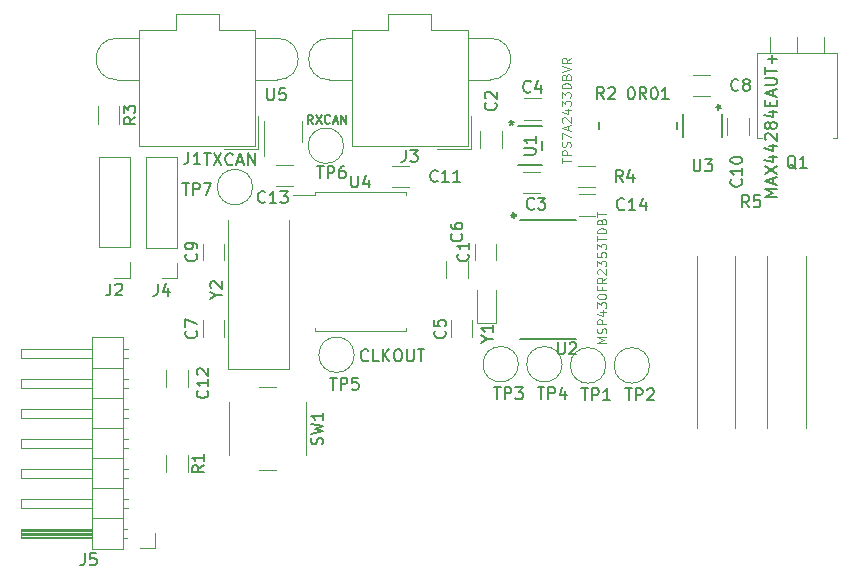
<source format=gbr>
%TF.GenerationSoftware,KiCad,Pcbnew,(5.1.9)-1*%
%TF.CreationDate,2021-05-20T13:27:56+02:00*%
%TF.ProjectId,PEE50-CurrentProtectionTemplate,50454535-302d-4437-9572-72656e745072,rev?*%
%TF.SameCoordinates,Original*%
%TF.FileFunction,Legend,Top*%
%TF.FilePolarity,Positive*%
%FSLAX46Y46*%
G04 Gerber Fmt 4.6, Leading zero omitted, Abs format (unit mm)*
G04 Created by KiCad (PCBNEW (5.1.9)-1) date 2021-05-20 13:27:56*
%MOMM*%
%LPD*%
G01*
G04 APERTURE LIST*
%ADD10C,0.120000*%
%ADD11C,0.320000*%
%ADD12C,0.152400*%
%ADD13C,0.150000*%
%ADD14C,0.100000*%
G04 APERTURE END LIST*
D10*
%TO.C,R5*%
X72190000Y-36910000D02*
X72190000Y-51490000D01*
X75410000Y-36910000D02*
X75410000Y-51490000D01*
X66190000Y-36910000D02*
X66190000Y-51490000D01*
X69410000Y-36910000D02*
X69410000Y-51490000D01*
%TO.C,Q1*%
X72410000Y-19730000D02*
X72410000Y-18400000D01*
X74700000Y-19730000D02*
X74700000Y-18400000D01*
X76990000Y-19730000D02*
X76990000Y-18400000D01*
X71290000Y-26970000D02*
X71290000Y-19730000D01*
X78110000Y-26970000D02*
X78110000Y-19730000D01*
X71699000Y-26970000D02*
X71290000Y-26970000D01*
X78110000Y-26970000D02*
X77701000Y-26970000D01*
X78110000Y-19730000D02*
X71290000Y-19730000D01*
D11*
%TO.C,U2*%
X50841421Y-33500000D02*
G75*
G03*
X50841421Y-33500000I-141421J0D01*
G01*
D12*
X55974900Y-33870800D02*
X51225100Y-33870800D01*
X51225100Y-43929200D02*
X55974900Y-43929200D01*
D10*
%TO.C,R4*%
X56172936Y-31110000D02*
X57627064Y-31110000D01*
X56172936Y-29290000D02*
X57627064Y-29290000D01*
%TO.C,C14*%
X56188748Y-31690000D02*
X57611252Y-31690000D01*
X56188748Y-33510000D02*
X57611252Y-33510000D01*
%TO.C,Y2*%
X26550000Y-33900000D02*
X26550000Y-46500000D01*
X26550000Y-46500000D02*
X31650000Y-46500000D01*
X31650000Y-46500000D02*
X31650000Y-33900000D01*
%TO.C,J3*%
X48700000Y-22020000D02*
G75*
G03*
X48700000Y-18500000I0J1760000D01*
G01*
X35100000Y-18500000D02*
G75*
G03*
X35100000Y-22020000I0J-1760000D01*
G01*
X48700000Y-22020000D02*
X46810000Y-22020000D01*
X48700000Y-18500000D02*
X46810000Y-18500000D01*
X35100000Y-22020000D02*
X36990000Y-22020000D01*
X35100000Y-18500000D02*
X36990000Y-18500000D01*
X41900000Y-27660000D02*
X46810000Y-27660000D01*
X46810000Y-27660000D02*
X46810000Y-17840000D01*
X46810000Y-17840000D02*
X43710000Y-17840000D01*
X43710000Y-17840000D02*
X43710000Y-16440000D01*
X43710000Y-16440000D02*
X41900000Y-16440000D01*
X41900000Y-27660000D02*
X36990000Y-27660000D01*
X36990000Y-27660000D02*
X36990000Y-17840000D01*
X36990000Y-17840000D02*
X40090000Y-17840000D01*
X40090000Y-17840000D02*
X40090000Y-16440000D01*
X40090000Y-16440000D02*
X41900000Y-16440000D01*
X44200000Y-27900000D02*
X47050000Y-27900000D01*
X47050000Y-27900000D02*
X47050000Y-25050000D01*
%TO.C,J5*%
X20370000Y-61670000D02*
X19100000Y-61670000D01*
X20370000Y-60400000D02*
X20370000Y-61670000D01*
X18057071Y-44780000D02*
X17660000Y-44780000D01*
X18057071Y-45540000D02*
X17660000Y-45540000D01*
X9000000Y-44780000D02*
X15000000Y-44780000D01*
X9000000Y-45540000D02*
X9000000Y-44780000D01*
X15000000Y-45540000D02*
X9000000Y-45540000D01*
X17660000Y-46430000D02*
X15000000Y-46430000D01*
X18057071Y-47320000D02*
X17660000Y-47320000D01*
X18057071Y-48080000D02*
X17660000Y-48080000D01*
X9000000Y-47320000D02*
X15000000Y-47320000D01*
X9000000Y-48080000D02*
X9000000Y-47320000D01*
X15000000Y-48080000D02*
X9000000Y-48080000D01*
X17660000Y-48970000D02*
X15000000Y-48970000D01*
X18057071Y-49860000D02*
X17660000Y-49860000D01*
X18057071Y-50620000D02*
X17660000Y-50620000D01*
X9000000Y-49860000D02*
X15000000Y-49860000D01*
X9000000Y-50620000D02*
X9000000Y-49860000D01*
X15000000Y-50620000D02*
X9000000Y-50620000D01*
X17660000Y-51510000D02*
X15000000Y-51510000D01*
X18057071Y-52400000D02*
X17660000Y-52400000D01*
X18057071Y-53160000D02*
X17660000Y-53160000D01*
X9000000Y-52400000D02*
X15000000Y-52400000D01*
X9000000Y-53160000D02*
X9000000Y-52400000D01*
X15000000Y-53160000D02*
X9000000Y-53160000D01*
X17660000Y-54050000D02*
X15000000Y-54050000D01*
X18057071Y-54940000D02*
X17660000Y-54940000D01*
X18057071Y-55700000D02*
X17660000Y-55700000D01*
X9000000Y-54940000D02*
X15000000Y-54940000D01*
X9000000Y-55700000D02*
X9000000Y-54940000D01*
X15000000Y-55700000D02*
X9000000Y-55700000D01*
X17660000Y-56590000D02*
X15000000Y-56590000D01*
X18057071Y-57480000D02*
X17660000Y-57480000D01*
X18057071Y-58240000D02*
X17660000Y-58240000D01*
X9000000Y-57480000D02*
X15000000Y-57480000D01*
X9000000Y-58240000D02*
X9000000Y-57480000D01*
X15000000Y-58240000D02*
X9000000Y-58240000D01*
X17660000Y-59130000D02*
X15000000Y-59130000D01*
X17990000Y-60020000D02*
X17660000Y-60020000D01*
X17990000Y-60780000D02*
X17660000Y-60780000D01*
X15000000Y-60120000D02*
X9000000Y-60120000D01*
X15000000Y-60240000D02*
X9000000Y-60240000D01*
X15000000Y-60360000D02*
X9000000Y-60360000D01*
X15000000Y-60480000D02*
X9000000Y-60480000D01*
X15000000Y-60600000D02*
X9000000Y-60600000D01*
X15000000Y-60720000D02*
X9000000Y-60720000D01*
X9000000Y-60020000D02*
X15000000Y-60020000D01*
X9000000Y-60780000D02*
X9000000Y-60020000D01*
X15000000Y-60780000D02*
X9000000Y-60780000D01*
X15000000Y-61730000D02*
X17660000Y-61730000D01*
X15000000Y-43830000D02*
X15000000Y-61730000D01*
X17660000Y-43830000D02*
X15000000Y-43830000D01*
X17660000Y-61730000D02*
X17660000Y-43830000D01*
%TO.C,J4*%
X22230000Y-38830000D02*
X20900000Y-38830000D01*
X22230000Y-37500000D02*
X22230000Y-38830000D01*
X22230000Y-36230000D02*
X19570000Y-36230000D01*
X19570000Y-36230000D02*
X19570000Y-28550000D01*
X22230000Y-36230000D02*
X22230000Y-28550000D01*
X22230000Y-28550000D02*
X19570000Y-28550000D01*
D12*
%TO.C,R2*%
X57885300Y-25623140D02*
X57885300Y-26176860D01*
X64514700Y-26176860D02*
X64514700Y-25623140D01*
D10*
%TO.C,Y1*%
X47600000Y-39800000D02*
X47600000Y-42650000D01*
X47600000Y-42650000D02*
X49200000Y-42650000D01*
X49200000Y-42650000D02*
X49200000Y-39800000D01*
%TO.C,U5*%
X29590000Y-25500000D02*
X29590000Y-28450000D01*
X32810000Y-27300000D02*
X32810000Y-25500000D01*
%TO.C,U4*%
X33840000Y-31760000D02*
X32025000Y-31760000D01*
X33840000Y-31515000D02*
X33840000Y-31760000D01*
X37700000Y-31515000D02*
X33840000Y-31515000D01*
X41560000Y-31515000D02*
X41560000Y-31760000D01*
X37700000Y-31515000D02*
X41560000Y-31515000D01*
X33840000Y-43285000D02*
X33840000Y-43040000D01*
X37700000Y-43285000D02*
X33840000Y-43285000D01*
X41560000Y-43285000D02*
X41560000Y-43040000D01*
X37700000Y-43285000D02*
X41560000Y-43285000D01*
D12*
%TO.C,U3*%
X65074400Y-24896700D02*
X65074400Y-26903300D01*
X68325600Y-26903300D02*
X68325600Y-24896700D01*
%TO.C,U1*%
X53103300Y-25949000D02*
X51096700Y-25949000D01*
X53103300Y-27988620D02*
X53103300Y-27211380D01*
X51096700Y-29251000D02*
X53103300Y-29251000D01*
D10*
%TO.C,TP7*%
X28600000Y-31100000D02*
G75*
G03*
X28600000Y-31100000I-1500000J0D01*
G01*
%TO.C,TP6*%
X36300000Y-27600000D02*
G75*
G03*
X36300000Y-27600000I-1500000J0D01*
G01*
%TO.C,TP4*%
X54800000Y-46100000D02*
G75*
G03*
X54800000Y-46100000I-1500000J0D01*
G01*
%TO.C,TP3*%
X51100000Y-46100000D02*
G75*
G03*
X51100000Y-46100000I-1500000J0D01*
G01*
%TO.C,TP2*%
X62200000Y-46200000D02*
G75*
G03*
X62200000Y-46200000I-1500000J0D01*
G01*
%TO.C,TP1*%
X58500000Y-46200000D02*
G75*
G03*
X58500000Y-46200000I-1500000J0D01*
G01*
%TO.C,TP5*%
X37200000Y-45300000D02*
G75*
G03*
X37200000Y-45300000I-1500000J0D01*
G01*
%TO.C,SW1*%
X26600000Y-49300000D02*
X26600000Y-53800000D01*
X30600000Y-48050000D02*
X29100000Y-48050000D01*
X33100000Y-53800000D02*
X33100000Y-49300000D01*
X29100000Y-55050000D02*
X30600000Y-55050000D01*
%TO.C,R3*%
X15490000Y-24272936D02*
X15490000Y-25727064D01*
X17310000Y-24272936D02*
X17310000Y-25727064D01*
%TO.C,R1*%
X21290000Y-53772936D02*
X21290000Y-55227064D01*
X23110000Y-53772936D02*
X23110000Y-55227064D01*
%TO.C,J2*%
X18215000Y-38813000D02*
X16885000Y-38813000D01*
X18215000Y-37483000D02*
X18215000Y-38813000D01*
X18215000Y-36213000D02*
X15555000Y-36213000D01*
X15555000Y-36213000D02*
X15555000Y-28533000D01*
X18215000Y-36213000D02*
X18215000Y-28533000D01*
X18215000Y-28533000D02*
X15555000Y-28533000D01*
%TO.C,J1*%
X30700000Y-22020000D02*
G75*
G03*
X30700000Y-18500000I0J1760000D01*
G01*
X17100000Y-18500000D02*
G75*
G03*
X17100000Y-22020000I0J-1760000D01*
G01*
X30700000Y-22020000D02*
X28810000Y-22020000D01*
X30700000Y-18500000D02*
X28810000Y-18500000D01*
X17100000Y-22020000D02*
X18990000Y-22020000D01*
X17100000Y-18500000D02*
X18990000Y-18500000D01*
X23900000Y-27660000D02*
X28810000Y-27660000D01*
X28810000Y-27660000D02*
X28810000Y-17840000D01*
X28810000Y-17840000D02*
X25710000Y-17840000D01*
X25710000Y-17840000D02*
X25710000Y-16440000D01*
X25710000Y-16440000D02*
X23900000Y-16440000D01*
X23900000Y-27660000D02*
X18990000Y-27660000D01*
X18990000Y-27660000D02*
X18990000Y-17840000D01*
X18990000Y-17840000D02*
X22090000Y-17840000D01*
X22090000Y-17840000D02*
X22090000Y-16440000D01*
X22090000Y-16440000D02*
X23900000Y-16440000D01*
X26200000Y-27900000D02*
X29050000Y-27900000D01*
X29050000Y-27900000D02*
X29050000Y-25050000D01*
%TO.C,C13*%
X32011252Y-29190000D02*
X30588748Y-29190000D01*
X32011252Y-31010000D02*
X30588748Y-31010000D01*
%TO.C,C12*%
X21290000Y-46588748D02*
X21290000Y-48011252D01*
X23110000Y-46588748D02*
X23110000Y-48011252D01*
%TO.C,C11*%
X40388748Y-31110000D02*
X41811252Y-31110000D01*
X40388748Y-29290000D02*
X41811252Y-29290000D01*
%TO.C,C9*%
X26210000Y-37311252D02*
X26210000Y-35888748D01*
X24390000Y-37311252D02*
X24390000Y-35888748D01*
%TO.C,C10*%
X70610000Y-26711252D02*
X70610000Y-25288748D01*
X68790000Y-26711252D02*
X68790000Y-25288748D01*
%TO.C,C7*%
X26210000Y-43811252D02*
X26210000Y-42388748D01*
X24390000Y-43811252D02*
X24390000Y-42388748D01*
%TO.C,C8*%
X67311252Y-21590000D02*
X65888748Y-21590000D01*
X67311252Y-23410000D02*
X65888748Y-23410000D01*
%TO.C,C6*%
X46810000Y-38811252D02*
X46810000Y-37388748D01*
X44990000Y-38811252D02*
X44990000Y-37388748D01*
%TO.C,C5*%
X45390000Y-42388748D02*
X45390000Y-43811252D01*
X47210000Y-42388748D02*
X47210000Y-43811252D01*
%TO.C,C4*%
X51588748Y-25410000D02*
X53011252Y-25410000D01*
X51588748Y-23590000D02*
X53011252Y-23590000D01*
%TO.C,C3*%
X52911252Y-29790000D02*
X51488748Y-29790000D01*
X52911252Y-31610000D02*
X51488748Y-31610000D01*
%TO.C,C1*%
X49210000Y-37311252D02*
X49210000Y-35888748D01*
X47390000Y-37311252D02*
X47390000Y-35888748D01*
%TO.C,C2*%
X49710000Y-27811252D02*
X49710000Y-26388748D01*
X47890000Y-27811252D02*
X47890000Y-26388748D01*
%TO.C,R5*%
D13*
X70633333Y-32802380D02*
X70300000Y-32326190D01*
X70061904Y-32802380D02*
X70061904Y-31802380D01*
X70442857Y-31802380D01*
X70538095Y-31850000D01*
X70585714Y-31897619D01*
X70633333Y-31992857D01*
X70633333Y-32135714D01*
X70585714Y-32230952D01*
X70538095Y-32278571D01*
X70442857Y-32326190D01*
X70061904Y-32326190D01*
X71538095Y-31802380D02*
X71061904Y-31802380D01*
X71014285Y-32278571D01*
X71061904Y-32230952D01*
X71157142Y-32183333D01*
X71395238Y-32183333D01*
X71490476Y-32230952D01*
X71538095Y-32278571D01*
X71585714Y-32373809D01*
X71585714Y-32611904D01*
X71538095Y-32707142D01*
X71490476Y-32754761D01*
X71395238Y-32802380D01*
X71157142Y-32802380D01*
X71061904Y-32754761D01*
X71014285Y-32707142D01*
%TO.C,Q1*%
X74604761Y-29550952D02*
X74509523Y-29503333D01*
X74414285Y-29408094D01*
X74271428Y-29265237D01*
X74176190Y-29217618D01*
X74080952Y-29217618D01*
X74128571Y-29455713D02*
X74033333Y-29408094D01*
X73938095Y-29312856D01*
X73890476Y-29122380D01*
X73890476Y-28789047D01*
X73938095Y-28598571D01*
X74033333Y-28503333D01*
X74128571Y-28455713D01*
X74319047Y-28455713D01*
X74414285Y-28503333D01*
X74509523Y-28598571D01*
X74557142Y-28789047D01*
X74557142Y-29122380D01*
X74509523Y-29312856D01*
X74414285Y-29408094D01*
X74319047Y-29455713D01*
X74128571Y-29455713D01*
X75509523Y-29455713D02*
X74938095Y-29455713D01*
X75223809Y-29455713D02*
X75223809Y-28455713D01*
X75128571Y-28598571D01*
X75033333Y-28693809D01*
X74938095Y-28741428D01*
%TO.C,U2*%
X54438095Y-44252380D02*
X54438095Y-45061904D01*
X54485714Y-45157142D01*
X54533333Y-45204761D01*
X54628571Y-45252380D01*
X54819047Y-45252380D01*
X54914285Y-45204761D01*
X54961904Y-45157142D01*
X55009523Y-45061904D01*
X55009523Y-44252380D01*
X55438095Y-44347619D02*
X55485714Y-44300000D01*
X55580952Y-44252380D01*
X55819047Y-44252380D01*
X55914285Y-44300000D01*
X55961904Y-44347619D01*
X56009523Y-44442857D01*
X56009523Y-44538095D01*
X55961904Y-44680952D01*
X55390476Y-45252380D01*
X56009523Y-45252380D01*
D14*
X58539285Y-44300000D02*
X57789285Y-44300000D01*
X58325000Y-44050000D01*
X57789285Y-43800000D01*
X58539285Y-43800000D01*
X58503571Y-43478571D02*
X58539285Y-43371428D01*
X58539285Y-43192857D01*
X58503571Y-43121428D01*
X58467857Y-43085714D01*
X58396428Y-43050000D01*
X58325000Y-43050000D01*
X58253571Y-43085714D01*
X58217857Y-43121428D01*
X58182142Y-43192857D01*
X58146428Y-43335714D01*
X58110714Y-43407142D01*
X58075000Y-43442857D01*
X58003571Y-43478571D01*
X57932142Y-43478571D01*
X57860714Y-43442857D01*
X57825000Y-43407142D01*
X57789285Y-43335714D01*
X57789285Y-43157142D01*
X57825000Y-43050000D01*
X58539285Y-42728571D02*
X57789285Y-42728571D01*
X57789285Y-42442857D01*
X57825000Y-42371428D01*
X57860714Y-42335714D01*
X57932142Y-42300000D01*
X58039285Y-42300000D01*
X58110714Y-42335714D01*
X58146428Y-42371428D01*
X58182142Y-42442857D01*
X58182142Y-42728571D01*
X58039285Y-41657142D02*
X58539285Y-41657142D01*
X57753571Y-41835714D02*
X58289285Y-42014285D01*
X58289285Y-41550000D01*
X57789285Y-41335714D02*
X57789285Y-40871428D01*
X58075000Y-41121428D01*
X58075000Y-41014285D01*
X58110714Y-40942857D01*
X58146428Y-40907142D01*
X58217857Y-40871428D01*
X58396428Y-40871428D01*
X58467857Y-40907142D01*
X58503571Y-40942857D01*
X58539285Y-41014285D01*
X58539285Y-41228571D01*
X58503571Y-41300000D01*
X58467857Y-41335714D01*
X57789285Y-40407142D02*
X57789285Y-40335714D01*
X57825000Y-40264285D01*
X57860714Y-40228571D01*
X57932142Y-40192857D01*
X58075000Y-40157142D01*
X58253571Y-40157142D01*
X58396428Y-40192857D01*
X58467857Y-40228571D01*
X58503571Y-40264285D01*
X58539285Y-40335714D01*
X58539285Y-40407142D01*
X58503571Y-40478571D01*
X58467857Y-40514285D01*
X58396428Y-40550000D01*
X58253571Y-40585714D01*
X58075000Y-40585714D01*
X57932142Y-40550000D01*
X57860714Y-40514285D01*
X57825000Y-40478571D01*
X57789285Y-40407142D01*
X58146428Y-39585714D02*
X58146428Y-39835714D01*
X58539285Y-39835714D02*
X57789285Y-39835714D01*
X57789285Y-39478571D01*
X58539285Y-38764285D02*
X58182142Y-39014285D01*
X58539285Y-39192857D02*
X57789285Y-39192857D01*
X57789285Y-38907142D01*
X57825000Y-38835714D01*
X57860714Y-38800000D01*
X57932142Y-38764285D01*
X58039285Y-38764285D01*
X58110714Y-38800000D01*
X58146428Y-38835714D01*
X58182142Y-38907142D01*
X58182142Y-39192857D01*
X57860714Y-38478571D02*
X57825000Y-38442857D01*
X57789285Y-38371428D01*
X57789285Y-38192857D01*
X57825000Y-38121428D01*
X57860714Y-38085714D01*
X57932142Y-38050000D01*
X58003571Y-38050000D01*
X58110714Y-38085714D01*
X58539285Y-38514285D01*
X58539285Y-38050000D01*
X57789285Y-37800000D02*
X57789285Y-37335714D01*
X58075000Y-37585714D01*
X58075000Y-37478571D01*
X58110714Y-37407142D01*
X58146428Y-37371428D01*
X58217857Y-37335714D01*
X58396428Y-37335714D01*
X58467857Y-37371428D01*
X58503571Y-37407142D01*
X58539285Y-37478571D01*
X58539285Y-37692857D01*
X58503571Y-37764285D01*
X58467857Y-37800000D01*
X57789285Y-36657142D02*
X57789285Y-37014285D01*
X58146428Y-37050000D01*
X58110714Y-37014285D01*
X58075000Y-36942857D01*
X58075000Y-36764285D01*
X58110714Y-36692857D01*
X58146428Y-36657142D01*
X58217857Y-36621428D01*
X58396428Y-36621428D01*
X58467857Y-36657142D01*
X58503571Y-36692857D01*
X58539285Y-36764285D01*
X58539285Y-36942857D01*
X58503571Y-37014285D01*
X58467857Y-37050000D01*
X57789285Y-36371428D02*
X57789285Y-35907142D01*
X58075000Y-36157142D01*
X58075000Y-36050000D01*
X58110714Y-35978571D01*
X58146428Y-35942857D01*
X58217857Y-35907142D01*
X58396428Y-35907142D01*
X58467857Y-35942857D01*
X58503571Y-35978571D01*
X58539285Y-36050000D01*
X58539285Y-36264285D01*
X58503571Y-36335714D01*
X58467857Y-36371428D01*
X57789285Y-35692857D02*
X57789285Y-35264285D01*
X58539285Y-35478571D02*
X57789285Y-35478571D01*
X58539285Y-35014285D02*
X57789285Y-35014285D01*
X57789285Y-34835714D01*
X57825000Y-34728571D01*
X57896428Y-34657142D01*
X57967857Y-34621428D01*
X58110714Y-34585714D01*
X58217857Y-34585714D01*
X58360714Y-34621428D01*
X58432142Y-34657142D01*
X58503571Y-34728571D01*
X58539285Y-34835714D01*
X58539285Y-35014285D01*
X58146428Y-34014285D02*
X58182142Y-33907142D01*
X58217857Y-33871428D01*
X58289285Y-33835714D01*
X58396428Y-33835714D01*
X58467857Y-33871428D01*
X58503571Y-33907142D01*
X58539285Y-33978571D01*
X58539285Y-34264285D01*
X57789285Y-34264285D01*
X57789285Y-34014285D01*
X57825000Y-33942857D01*
X57860714Y-33907142D01*
X57932142Y-33871428D01*
X58003571Y-33871428D01*
X58075000Y-33907142D01*
X58110714Y-33942857D01*
X58146428Y-34014285D01*
X58146428Y-34264285D01*
X57789285Y-33621428D02*
X57789285Y-33192857D01*
X58539285Y-33407142D02*
X57789285Y-33407142D01*
%TO.C,R4*%
D13*
X59933333Y-30652380D02*
X59600000Y-30176190D01*
X59361904Y-30652380D02*
X59361904Y-29652380D01*
X59742857Y-29652380D01*
X59838095Y-29700000D01*
X59885714Y-29747619D01*
X59933333Y-29842857D01*
X59933333Y-29985714D01*
X59885714Y-30080952D01*
X59838095Y-30128571D01*
X59742857Y-30176190D01*
X59361904Y-30176190D01*
X60790476Y-29985714D02*
X60790476Y-30652380D01*
X60552380Y-29604761D02*
X60314285Y-30319047D01*
X60933333Y-30319047D01*
%TO.C,C14*%
X60057142Y-32957142D02*
X60009523Y-33004761D01*
X59866666Y-33052380D01*
X59771428Y-33052380D01*
X59628571Y-33004761D01*
X59533333Y-32909523D01*
X59485714Y-32814285D01*
X59438095Y-32623809D01*
X59438095Y-32480952D01*
X59485714Y-32290476D01*
X59533333Y-32195238D01*
X59628571Y-32100000D01*
X59771428Y-32052380D01*
X59866666Y-32052380D01*
X60009523Y-32100000D01*
X60057142Y-32147619D01*
X61009523Y-33052380D02*
X60438095Y-33052380D01*
X60723809Y-33052380D02*
X60723809Y-32052380D01*
X60628571Y-32195238D01*
X60533333Y-32290476D01*
X60438095Y-32338095D01*
X61866666Y-32385714D02*
X61866666Y-33052380D01*
X61628571Y-32004761D02*
X61390476Y-32719047D01*
X62009523Y-32719047D01*
%TO.C,Y2*%
X25526190Y-40276190D02*
X26002380Y-40276190D01*
X25002380Y-40609523D02*
X25526190Y-40276190D01*
X25002380Y-39942857D01*
X25097619Y-39657142D02*
X25050000Y-39609523D01*
X25002380Y-39514285D01*
X25002380Y-39276190D01*
X25050000Y-39180952D01*
X25097619Y-39133333D01*
X25192857Y-39085714D01*
X25288095Y-39085714D01*
X25430952Y-39133333D01*
X26002380Y-39704761D01*
X26002380Y-39085714D01*
%TO.C,J3*%
X41566666Y-27952380D02*
X41566666Y-28666666D01*
X41519047Y-28809523D01*
X41423809Y-28904761D01*
X41280952Y-28952380D01*
X41185714Y-28952380D01*
X41947619Y-27952380D02*
X42566666Y-27952380D01*
X42233333Y-28333333D01*
X42376190Y-28333333D01*
X42471428Y-28380952D01*
X42519047Y-28428571D01*
X42566666Y-28523809D01*
X42566666Y-28761904D01*
X42519047Y-28857142D01*
X42471428Y-28904761D01*
X42376190Y-28952380D01*
X42090476Y-28952380D01*
X41995238Y-28904761D01*
X41947619Y-28857142D01*
%TO.C,J5*%
X14381666Y-62122380D02*
X14381666Y-62836666D01*
X14334047Y-62979523D01*
X14238809Y-63074761D01*
X14095952Y-63122380D01*
X14000714Y-63122380D01*
X15334047Y-62122380D02*
X14857857Y-62122380D01*
X14810238Y-62598571D01*
X14857857Y-62550952D01*
X14953095Y-62503333D01*
X15191190Y-62503333D01*
X15286428Y-62550952D01*
X15334047Y-62598571D01*
X15381666Y-62693809D01*
X15381666Y-62931904D01*
X15334047Y-63027142D01*
X15286428Y-63074761D01*
X15191190Y-63122380D01*
X14953095Y-63122380D01*
X14857857Y-63074761D01*
X14810238Y-63027142D01*
%TO.C,J4*%
X20566666Y-39282380D02*
X20566666Y-39996666D01*
X20519047Y-40139523D01*
X20423809Y-40234761D01*
X20280952Y-40282380D01*
X20185714Y-40282380D01*
X21471428Y-39615714D02*
X21471428Y-40282380D01*
X21233333Y-39234761D02*
X20995238Y-39949047D01*
X21614285Y-39949047D01*
%TO.C,R2*%
X58333333Y-23652380D02*
X58000000Y-23176190D01*
X57761904Y-23652380D02*
X57761904Y-22652380D01*
X58142857Y-22652380D01*
X58238095Y-22700000D01*
X58285714Y-22747619D01*
X58333333Y-22842857D01*
X58333333Y-22985714D01*
X58285714Y-23080952D01*
X58238095Y-23128571D01*
X58142857Y-23176190D01*
X57761904Y-23176190D01*
X58714285Y-22747619D02*
X58761904Y-22700000D01*
X58857142Y-22652380D01*
X59095238Y-22652380D01*
X59190476Y-22700000D01*
X59238095Y-22747619D01*
X59285714Y-22842857D01*
X59285714Y-22938095D01*
X59238095Y-23080952D01*
X58666666Y-23652380D01*
X59285714Y-23652380D01*
X60600000Y-22652380D02*
X60695238Y-22652380D01*
X60790476Y-22700000D01*
X60838095Y-22747619D01*
X60885714Y-22842857D01*
X60933333Y-23033333D01*
X60933333Y-23271428D01*
X60885714Y-23461904D01*
X60838095Y-23557142D01*
X60790476Y-23604761D01*
X60695238Y-23652380D01*
X60600000Y-23652380D01*
X60504761Y-23604761D01*
X60457142Y-23557142D01*
X60409523Y-23461904D01*
X60361904Y-23271428D01*
X60361904Y-23033333D01*
X60409523Y-22842857D01*
X60457142Y-22747619D01*
X60504761Y-22700000D01*
X60600000Y-22652380D01*
X61933333Y-23652380D02*
X61600000Y-23176190D01*
X61361904Y-23652380D02*
X61361904Y-22652380D01*
X61742857Y-22652380D01*
X61838095Y-22700000D01*
X61885714Y-22747619D01*
X61933333Y-22842857D01*
X61933333Y-22985714D01*
X61885714Y-23080952D01*
X61838095Y-23128571D01*
X61742857Y-23176190D01*
X61361904Y-23176190D01*
X62552380Y-22652380D02*
X62647619Y-22652380D01*
X62742857Y-22700000D01*
X62790476Y-22747619D01*
X62838095Y-22842857D01*
X62885714Y-23033333D01*
X62885714Y-23271428D01*
X62838095Y-23461904D01*
X62790476Y-23557142D01*
X62742857Y-23604761D01*
X62647619Y-23652380D01*
X62552380Y-23652380D01*
X62457142Y-23604761D01*
X62409523Y-23557142D01*
X62361904Y-23461904D01*
X62314285Y-23271428D01*
X62314285Y-23033333D01*
X62361904Y-22842857D01*
X62409523Y-22747619D01*
X62457142Y-22700000D01*
X62552380Y-22652380D01*
X63838095Y-23652380D02*
X63266666Y-23652380D01*
X63552380Y-23652380D02*
X63552380Y-22652380D01*
X63457142Y-22795238D01*
X63361904Y-22890476D01*
X63266666Y-22938095D01*
%TO.C,Y1*%
X48476190Y-43976190D02*
X48952380Y-43976190D01*
X47952380Y-44309523D02*
X48476190Y-43976190D01*
X47952380Y-43642857D01*
X48952380Y-42785714D02*
X48952380Y-43357142D01*
X48952380Y-43071428D02*
X47952380Y-43071428D01*
X48095238Y-43166666D01*
X48190476Y-43261904D01*
X48238095Y-43357142D01*
%TO.C,U5*%
X29838095Y-22752380D02*
X29838095Y-23561904D01*
X29885714Y-23657142D01*
X29933333Y-23704761D01*
X30028571Y-23752380D01*
X30219047Y-23752380D01*
X30314285Y-23704761D01*
X30361904Y-23657142D01*
X30409523Y-23561904D01*
X30409523Y-22752380D01*
X31361904Y-22752380D02*
X30885714Y-22752380D01*
X30838095Y-23228571D01*
X30885714Y-23180952D01*
X30980952Y-23133333D01*
X31219047Y-23133333D01*
X31314285Y-23180952D01*
X31361904Y-23228571D01*
X31409523Y-23323809D01*
X31409523Y-23561904D01*
X31361904Y-23657142D01*
X31314285Y-23704761D01*
X31219047Y-23752380D01*
X30980952Y-23752380D01*
X30885714Y-23704761D01*
X30838095Y-23657142D01*
%TO.C,U4*%
X36938095Y-30132380D02*
X36938095Y-30941904D01*
X36985714Y-31037142D01*
X37033333Y-31084761D01*
X37128571Y-31132380D01*
X37319047Y-31132380D01*
X37414285Y-31084761D01*
X37461904Y-31037142D01*
X37509523Y-30941904D01*
X37509523Y-30132380D01*
X38414285Y-30465714D02*
X38414285Y-31132380D01*
X38176190Y-30084761D02*
X37938095Y-30799047D01*
X38557142Y-30799047D01*
%TO.C,U3*%
X65938095Y-28752380D02*
X65938095Y-29561904D01*
X65985714Y-29657142D01*
X66033333Y-29704761D01*
X66128571Y-29752380D01*
X66319047Y-29752380D01*
X66414285Y-29704761D01*
X66461904Y-29657142D01*
X66509523Y-29561904D01*
X66509523Y-28752380D01*
X66890476Y-28752380D02*
X67509523Y-28752380D01*
X67176190Y-29133333D01*
X67319047Y-29133333D01*
X67414285Y-29180952D01*
X67461904Y-29228571D01*
X67509523Y-29323809D01*
X67509523Y-29561904D01*
X67461904Y-29657142D01*
X67414285Y-29704761D01*
X67319047Y-29752380D01*
X67033333Y-29752380D01*
X66938095Y-29704761D01*
X66890476Y-29657142D01*
X72952380Y-31923809D02*
X71952380Y-31923809D01*
X72666666Y-31590476D01*
X71952380Y-31257142D01*
X72952380Y-31257142D01*
X72666666Y-30828571D02*
X72666666Y-30352380D01*
X72952380Y-30923809D02*
X71952380Y-30590476D01*
X72952380Y-30257142D01*
X71952380Y-30019047D02*
X72952380Y-29352380D01*
X71952380Y-29352380D02*
X72952380Y-30019047D01*
X72285714Y-28542857D02*
X72952380Y-28542857D01*
X71904761Y-28780952D02*
X72619047Y-29019047D01*
X72619047Y-28400000D01*
X72285714Y-27590476D02*
X72952380Y-27590476D01*
X71904761Y-27828571D02*
X72619047Y-28066666D01*
X72619047Y-27447619D01*
X72047619Y-27114285D02*
X72000000Y-27066666D01*
X71952380Y-26971428D01*
X71952380Y-26733333D01*
X72000000Y-26638095D01*
X72047619Y-26590476D01*
X72142857Y-26542857D01*
X72238095Y-26542857D01*
X72380952Y-26590476D01*
X72952380Y-27161904D01*
X72952380Y-26542857D01*
X72380952Y-25971428D02*
X72333333Y-26066666D01*
X72285714Y-26114285D01*
X72190476Y-26161904D01*
X72142857Y-26161904D01*
X72047619Y-26114285D01*
X72000000Y-26066666D01*
X71952380Y-25971428D01*
X71952380Y-25780952D01*
X72000000Y-25685714D01*
X72047619Y-25638095D01*
X72142857Y-25590476D01*
X72190476Y-25590476D01*
X72285714Y-25638095D01*
X72333333Y-25685714D01*
X72380952Y-25780952D01*
X72380952Y-25971428D01*
X72428571Y-26066666D01*
X72476190Y-26114285D01*
X72571428Y-26161904D01*
X72761904Y-26161904D01*
X72857142Y-26114285D01*
X72904761Y-26066666D01*
X72952380Y-25971428D01*
X72952380Y-25780952D01*
X72904761Y-25685714D01*
X72857142Y-25638095D01*
X72761904Y-25590476D01*
X72571428Y-25590476D01*
X72476190Y-25638095D01*
X72428571Y-25685714D01*
X72380952Y-25780952D01*
X72285714Y-24733333D02*
X72952380Y-24733333D01*
X71904761Y-24971428D02*
X72619047Y-25209523D01*
X72619047Y-24590476D01*
X72428571Y-24209523D02*
X72428571Y-23876190D01*
X72952380Y-23733333D02*
X72952380Y-24209523D01*
X71952380Y-24209523D01*
X71952380Y-23733333D01*
X72666666Y-23352380D02*
X72666666Y-22876190D01*
X72952380Y-23447619D02*
X71952380Y-23114285D01*
X72952380Y-22780952D01*
X71952380Y-22447619D02*
X72761904Y-22447619D01*
X72857142Y-22400000D01*
X72904761Y-22352380D01*
X72952380Y-22257142D01*
X72952380Y-22066666D01*
X72904761Y-21971428D01*
X72857142Y-21923809D01*
X72761904Y-21876190D01*
X71952380Y-21876190D01*
X71952380Y-21542857D02*
X71952380Y-20971428D01*
X72952380Y-21257142D02*
X71952380Y-21257142D01*
X72571428Y-20638095D02*
X72571428Y-19876190D01*
X72952380Y-20257142D02*
X72190476Y-20257142D01*
X67852380Y-24300000D02*
X68090476Y-24300000D01*
X67995238Y-24538095D02*
X68090476Y-24300000D01*
X67995238Y-24061904D01*
X68280952Y-24442857D02*
X68090476Y-24300000D01*
X68280952Y-24157142D01*
%TO.C,U1*%
X51552380Y-28361904D02*
X52361904Y-28361904D01*
X52457142Y-28314285D01*
X52504761Y-28266666D01*
X52552380Y-28171428D01*
X52552380Y-27980952D01*
X52504761Y-27885714D01*
X52457142Y-27838095D01*
X52361904Y-27790476D01*
X51552380Y-27790476D01*
X52552380Y-26790476D02*
X52552380Y-27361904D01*
X52552380Y-27076190D02*
X51552380Y-27076190D01*
X51695238Y-27171428D01*
X51790476Y-27266666D01*
X51838095Y-27361904D01*
D14*
X54789285Y-29100000D02*
X54789285Y-28671428D01*
X55539285Y-28885714D02*
X54789285Y-28885714D01*
X55539285Y-28421428D02*
X54789285Y-28421428D01*
X54789285Y-28135714D01*
X54825000Y-28064285D01*
X54860714Y-28028571D01*
X54932142Y-27992857D01*
X55039285Y-27992857D01*
X55110714Y-28028571D01*
X55146428Y-28064285D01*
X55182142Y-28135714D01*
X55182142Y-28421428D01*
X55503571Y-27707142D02*
X55539285Y-27600000D01*
X55539285Y-27421428D01*
X55503571Y-27350000D01*
X55467857Y-27314285D01*
X55396428Y-27278571D01*
X55325000Y-27278571D01*
X55253571Y-27314285D01*
X55217857Y-27350000D01*
X55182142Y-27421428D01*
X55146428Y-27564285D01*
X55110714Y-27635714D01*
X55075000Y-27671428D01*
X55003571Y-27707142D01*
X54932142Y-27707142D01*
X54860714Y-27671428D01*
X54825000Y-27635714D01*
X54789285Y-27564285D01*
X54789285Y-27385714D01*
X54825000Y-27278571D01*
X54789285Y-27028571D02*
X54789285Y-26528571D01*
X55539285Y-26850000D01*
X55325000Y-26278571D02*
X55325000Y-25921428D01*
X55539285Y-26350000D02*
X54789285Y-26100000D01*
X55539285Y-25850000D01*
X54860714Y-25635714D02*
X54825000Y-25600000D01*
X54789285Y-25528571D01*
X54789285Y-25350000D01*
X54825000Y-25278571D01*
X54860714Y-25242857D01*
X54932142Y-25207142D01*
X55003571Y-25207142D01*
X55110714Y-25242857D01*
X55539285Y-25671428D01*
X55539285Y-25207142D01*
X55039285Y-24564285D02*
X55539285Y-24564285D01*
X54753571Y-24742857D02*
X55289285Y-24921428D01*
X55289285Y-24457142D01*
X54789285Y-24242857D02*
X54789285Y-23778571D01*
X55075000Y-24028571D01*
X55075000Y-23921428D01*
X55110714Y-23850000D01*
X55146428Y-23814285D01*
X55217857Y-23778571D01*
X55396428Y-23778571D01*
X55467857Y-23814285D01*
X55503571Y-23850000D01*
X55539285Y-23921428D01*
X55539285Y-24135714D01*
X55503571Y-24207142D01*
X55467857Y-24242857D01*
X54789285Y-23528571D02*
X54789285Y-23064285D01*
X55075000Y-23314285D01*
X55075000Y-23207142D01*
X55110714Y-23135714D01*
X55146428Y-23100000D01*
X55217857Y-23064285D01*
X55396428Y-23064285D01*
X55467857Y-23100000D01*
X55503571Y-23135714D01*
X55539285Y-23207142D01*
X55539285Y-23421428D01*
X55503571Y-23492857D01*
X55467857Y-23528571D01*
X55539285Y-22742857D02*
X54789285Y-22742857D01*
X54789285Y-22564285D01*
X54825000Y-22457142D01*
X54896428Y-22385714D01*
X54967857Y-22350000D01*
X55110714Y-22314285D01*
X55217857Y-22314285D01*
X55360714Y-22350000D01*
X55432142Y-22385714D01*
X55503571Y-22457142D01*
X55539285Y-22564285D01*
X55539285Y-22742857D01*
X55146428Y-21742857D02*
X55182142Y-21635714D01*
X55217857Y-21600000D01*
X55289285Y-21564285D01*
X55396428Y-21564285D01*
X55467857Y-21600000D01*
X55503571Y-21635714D01*
X55539285Y-21707142D01*
X55539285Y-21992857D01*
X54789285Y-21992857D01*
X54789285Y-21742857D01*
X54825000Y-21671428D01*
X54860714Y-21635714D01*
X54932142Y-21600000D01*
X55003571Y-21600000D01*
X55075000Y-21635714D01*
X55110714Y-21671428D01*
X55146428Y-21742857D01*
X55146428Y-21992857D01*
X54789285Y-21350000D02*
X55539285Y-21100000D01*
X54789285Y-20850000D01*
X55539285Y-20171428D02*
X55182142Y-20421428D01*
X55539285Y-20600000D02*
X54789285Y-20600000D01*
X54789285Y-20314285D01*
X54825000Y-20242857D01*
X54860714Y-20207142D01*
X54932142Y-20171428D01*
X55039285Y-20171428D01*
X55110714Y-20207142D01*
X55146428Y-20242857D01*
X55182142Y-20314285D01*
X55182142Y-20600000D01*
D13*
X50500000Y-25452380D02*
X50500000Y-25690476D01*
X50261904Y-25595238D02*
X50500000Y-25690476D01*
X50738095Y-25595238D01*
X50357142Y-25880952D02*
X50500000Y-25690476D01*
X50642857Y-25880952D01*
%TO.C,TP7*%
X22638095Y-30752380D02*
X23209523Y-30752380D01*
X22923809Y-31752380D02*
X22923809Y-30752380D01*
X23542857Y-31752380D02*
X23542857Y-30752380D01*
X23923809Y-30752380D01*
X24019047Y-30800000D01*
X24066666Y-30847619D01*
X24114285Y-30942857D01*
X24114285Y-31085714D01*
X24066666Y-31180952D01*
X24019047Y-31228571D01*
X23923809Y-31276190D01*
X23542857Y-31276190D01*
X24447619Y-30752380D02*
X25114285Y-30752380D01*
X24685714Y-31752380D01*
X24485714Y-28252380D02*
X25057142Y-28252380D01*
X24771428Y-29252380D02*
X24771428Y-28252380D01*
X25295238Y-28252380D02*
X25961904Y-29252380D01*
X25961904Y-28252380D02*
X25295238Y-29252380D01*
X26914285Y-29157142D02*
X26866666Y-29204761D01*
X26723809Y-29252380D01*
X26628571Y-29252380D01*
X26485714Y-29204761D01*
X26390476Y-29109523D01*
X26342857Y-29014285D01*
X26295238Y-28823809D01*
X26295238Y-28680952D01*
X26342857Y-28490476D01*
X26390476Y-28395238D01*
X26485714Y-28300000D01*
X26628571Y-28252380D01*
X26723809Y-28252380D01*
X26866666Y-28300000D01*
X26914285Y-28347619D01*
X27295238Y-28966666D02*
X27771428Y-28966666D01*
X27200000Y-29252380D02*
X27533333Y-28252380D01*
X27866666Y-29252380D01*
X28200000Y-29252380D02*
X28200000Y-28252380D01*
X28771428Y-29252380D01*
X28771428Y-28252380D01*
%TO.C,TP6*%
X34038095Y-29352380D02*
X34609523Y-29352380D01*
X34323809Y-30352380D02*
X34323809Y-29352380D01*
X34942857Y-30352380D02*
X34942857Y-29352380D01*
X35323809Y-29352380D01*
X35419047Y-29400000D01*
X35466666Y-29447619D01*
X35514285Y-29542857D01*
X35514285Y-29685714D01*
X35466666Y-29780952D01*
X35419047Y-29828571D01*
X35323809Y-29876190D01*
X34942857Y-29876190D01*
X36371428Y-29352380D02*
X36180952Y-29352380D01*
X36085714Y-29400000D01*
X36038095Y-29447619D01*
X35942857Y-29590476D01*
X35895238Y-29780952D01*
X35895238Y-30161904D01*
X35942857Y-30257142D01*
X35990476Y-30304761D01*
X36085714Y-30352380D01*
X36276190Y-30352380D01*
X36371428Y-30304761D01*
X36419047Y-30257142D01*
X36466666Y-30161904D01*
X36466666Y-29923809D01*
X36419047Y-29828571D01*
X36371428Y-29780952D01*
X36276190Y-29733333D01*
X36085714Y-29733333D01*
X35990476Y-29780952D01*
X35942857Y-29828571D01*
X35895238Y-29923809D01*
X33685714Y-25739285D02*
X33435714Y-25382142D01*
X33257142Y-25739285D02*
X33257142Y-24989285D01*
X33542857Y-24989285D01*
X33614285Y-25025000D01*
X33650000Y-25060714D01*
X33685714Y-25132142D01*
X33685714Y-25239285D01*
X33650000Y-25310714D01*
X33614285Y-25346428D01*
X33542857Y-25382142D01*
X33257142Y-25382142D01*
X33935714Y-24989285D02*
X34435714Y-25739285D01*
X34435714Y-24989285D02*
X33935714Y-25739285D01*
X35150000Y-25667857D02*
X35114285Y-25703571D01*
X35007142Y-25739285D01*
X34935714Y-25739285D01*
X34828571Y-25703571D01*
X34757142Y-25632142D01*
X34721428Y-25560714D01*
X34685714Y-25417857D01*
X34685714Y-25310714D01*
X34721428Y-25167857D01*
X34757142Y-25096428D01*
X34828571Y-25025000D01*
X34935714Y-24989285D01*
X35007142Y-24989285D01*
X35114285Y-25025000D01*
X35150000Y-25060714D01*
X35435714Y-25525000D02*
X35792857Y-25525000D01*
X35364285Y-25739285D02*
X35614285Y-24989285D01*
X35864285Y-25739285D01*
X36114285Y-25739285D02*
X36114285Y-24989285D01*
X36542857Y-25739285D01*
X36542857Y-24989285D01*
%TO.C,TP4*%
X52738095Y-48052380D02*
X53309523Y-48052380D01*
X53023809Y-49052380D02*
X53023809Y-48052380D01*
X53642857Y-49052380D02*
X53642857Y-48052380D01*
X54023809Y-48052380D01*
X54119047Y-48100000D01*
X54166666Y-48147619D01*
X54214285Y-48242857D01*
X54214285Y-48385714D01*
X54166666Y-48480952D01*
X54119047Y-48528571D01*
X54023809Y-48576190D01*
X53642857Y-48576190D01*
X55071428Y-48385714D02*
X55071428Y-49052380D01*
X54833333Y-48004761D02*
X54595238Y-48719047D01*
X55214285Y-48719047D01*
%TO.C,TP3*%
X49038095Y-48052380D02*
X49609523Y-48052380D01*
X49323809Y-49052380D02*
X49323809Y-48052380D01*
X49942857Y-49052380D02*
X49942857Y-48052380D01*
X50323809Y-48052380D01*
X50419047Y-48100000D01*
X50466666Y-48147619D01*
X50514285Y-48242857D01*
X50514285Y-48385714D01*
X50466666Y-48480952D01*
X50419047Y-48528571D01*
X50323809Y-48576190D01*
X49942857Y-48576190D01*
X50847619Y-48052380D02*
X51466666Y-48052380D01*
X51133333Y-48433333D01*
X51276190Y-48433333D01*
X51371428Y-48480952D01*
X51419047Y-48528571D01*
X51466666Y-48623809D01*
X51466666Y-48861904D01*
X51419047Y-48957142D01*
X51371428Y-49004761D01*
X51276190Y-49052380D01*
X50990476Y-49052380D01*
X50895238Y-49004761D01*
X50847619Y-48957142D01*
%TO.C,TP2*%
X60138095Y-48152380D02*
X60709523Y-48152380D01*
X60423809Y-49152380D02*
X60423809Y-48152380D01*
X61042857Y-49152380D02*
X61042857Y-48152380D01*
X61423809Y-48152380D01*
X61519047Y-48200000D01*
X61566666Y-48247619D01*
X61614285Y-48342857D01*
X61614285Y-48485714D01*
X61566666Y-48580952D01*
X61519047Y-48628571D01*
X61423809Y-48676190D01*
X61042857Y-48676190D01*
X61995238Y-48247619D02*
X62042857Y-48200000D01*
X62138095Y-48152380D01*
X62376190Y-48152380D01*
X62471428Y-48200000D01*
X62519047Y-48247619D01*
X62566666Y-48342857D01*
X62566666Y-48438095D01*
X62519047Y-48580952D01*
X61947619Y-49152380D01*
X62566666Y-49152380D01*
%TO.C,TP1*%
X56438095Y-48152380D02*
X57009523Y-48152380D01*
X56723809Y-49152380D02*
X56723809Y-48152380D01*
X57342857Y-49152380D02*
X57342857Y-48152380D01*
X57723809Y-48152380D01*
X57819047Y-48200000D01*
X57866666Y-48247619D01*
X57914285Y-48342857D01*
X57914285Y-48485714D01*
X57866666Y-48580952D01*
X57819047Y-48628571D01*
X57723809Y-48676190D01*
X57342857Y-48676190D01*
X58866666Y-49152380D02*
X58295238Y-49152380D01*
X58580952Y-49152380D02*
X58580952Y-48152380D01*
X58485714Y-48295238D01*
X58390476Y-48390476D01*
X58295238Y-48438095D01*
%TO.C,TP5*%
X35138095Y-47252380D02*
X35709523Y-47252380D01*
X35423809Y-48252380D02*
X35423809Y-47252380D01*
X36042857Y-48252380D02*
X36042857Y-47252380D01*
X36423809Y-47252380D01*
X36519047Y-47300000D01*
X36566666Y-47347619D01*
X36614285Y-47442857D01*
X36614285Y-47585714D01*
X36566666Y-47680952D01*
X36519047Y-47728571D01*
X36423809Y-47776190D01*
X36042857Y-47776190D01*
X37519047Y-47252380D02*
X37042857Y-47252380D01*
X36995238Y-47728571D01*
X37042857Y-47680952D01*
X37138095Y-47633333D01*
X37376190Y-47633333D01*
X37471428Y-47680952D01*
X37519047Y-47728571D01*
X37566666Y-47823809D01*
X37566666Y-48061904D01*
X37519047Y-48157142D01*
X37471428Y-48204761D01*
X37376190Y-48252380D01*
X37138095Y-48252380D01*
X37042857Y-48204761D01*
X36995238Y-48157142D01*
X38376190Y-45757142D02*
X38328571Y-45804761D01*
X38185714Y-45852380D01*
X38090476Y-45852380D01*
X37947619Y-45804761D01*
X37852380Y-45709523D01*
X37804761Y-45614285D01*
X37757142Y-45423809D01*
X37757142Y-45280952D01*
X37804761Y-45090476D01*
X37852380Y-44995238D01*
X37947619Y-44900000D01*
X38090476Y-44852380D01*
X38185714Y-44852380D01*
X38328571Y-44900000D01*
X38376190Y-44947619D01*
X39280952Y-45852380D02*
X38804761Y-45852380D01*
X38804761Y-44852380D01*
X39614285Y-45852380D02*
X39614285Y-44852380D01*
X40185714Y-45852380D02*
X39757142Y-45280952D01*
X40185714Y-44852380D02*
X39614285Y-45423809D01*
X40804761Y-44852380D02*
X40995238Y-44852380D01*
X41090476Y-44900000D01*
X41185714Y-44995238D01*
X41233333Y-45185714D01*
X41233333Y-45519047D01*
X41185714Y-45709523D01*
X41090476Y-45804761D01*
X40995238Y-45852380D01*
X40804761Y-45852380D01*
X40709523Y-45804761D01*
X40614285Y-45709523D01*
X40566666Y-45519047D01*
X40566666Y-45185714D01*
X40614285Y-44995238D01*
X40709523Y-44900000D01*
X40804761Y-44852380D01*
X41661904Y-44852380D02*
X41661904Y-45661904D01*
X41709523Y-45757142D01*
X41757142Y-45804761D01*
X41852380Y-45852380D01*
X42042857Y-45852380D01*
X42138095Y-45804761D01*
X42185714Y-45757142D01*
X42233333Y-45661904D01*
X42233333Y-44852380D01*
X42566666Y-44852380D02*
X43138095Y-44852380D01*
X42852380Y-45852380D02*
X42852380Y-44852380D01*
%TO.C,SW1*%
X34504761Y-52883333D02*
X34552380Y-52740476D01*
X34552380Y-52502380D01*
X34504761Y-52407142D01*
X34457142Y-52359523D01*
X34361904Y-52311904D01*
X34266666Y-52311904D01*
X34171428Y-52359523D01*
X34123809Y-52407142D01*
X34076190Y-52502380D01*
X34028571Y-52692857D01*
X33980952Y-52788095D01*
X33933333Y-52835714D01*
X33838095Y-52883333D01*
X33742857Y-52883333D01*
X33647619Y-52835714D01*
X33600000Y-52788095D01*
X33552380Y-52692857D01*
X33552380Y-52454761D01*
X33600000Y-52311904D01*
X33552380Y-51978571D02*
X34552380Y-51740476D01*
X33838095Y-51550000D01*
X34552380Y-51359523D01*
X33552380Y-51121428D01*
X34552380Y-50216666D02*
X34552380Y-50788095D01*
X34552380Y-50502380D02*
X33552380Y-50502380D01*
X33695238Y-50597619D01*
X33790476Y-50692857D01*
X33838095Y-50788095D01*
%TO.C,R3*%
X18672380Y-25166666D02*
X18196190Y-25500000D01*
X18672380Y-25738095D02*
X17672380Y-25738095D01*
X17672380Y-25357142D01*
X17720000Y-25261904D01*
X17767619Y-25214285D01*
X17862857Y-25166666D01*
X18005714Y-25166666D01*
X18100952Y-25214285D01*
X18148571Y-25261904D01*
X18196190Y-25357142D01*
X18196190Y-25738095D01*
X17672380Y-24833333D02*
X17672380Y-24214285D01*
X18053333Y-24547619D01*
X18053333Y-24404761D01*
X18100952Y-24309523D01*
X18148571Y-24261904D01*
X18243809Y-24214285D01*
X18481904Y-24214285D01*
X18577142Y-24261904D01*
X18624761Y-24309523D01*
X18672380Y-24404761D01*
X18672380Y-24690476D01*
X18624761Y-24785714D01*
X18577142Y-24833333D01*
%TO.C,R1*%
X24472380Y-54666666D02*
X23996190Y-55000000D01*
X24472380Y-55238095D02*
X23472380Y-55238095D01*
X23472380Y-54857142D01*
X23520000Y-54761904D01*
X23567619Y-54714285D01*
X23662857Y-54666666D01*
X23805714Y-54666666D01*
X23900952Y-54714285D01*
X23948571Y-54761904D01*
X23996190Y-54857142D01*
X23996190Y-55238095D01*
X24472380Y-53714285D02*
X24472380Y-54285714D01*
X24472380Y-54000000D02*
X23472380Y-54000000D01*
X23615238Y-54095238D01*
X23710476Y-54190476D01*
X23758095Y-54285714D01*
%TO.C,J2*%
X16551666Y-39265380D02*
X16551666Y-39979666D01*
X16504047Y-40122523D01*
X16408809Y-40217761D01*
X16265952Y-40265380D01*
X16170714Y-40265380D01*
X16980238Y-39360619D02*
X17027857Y-39313000D01*
X17123095Y-39265380D01*
X17361190Y-39265380D01*
X17456428Y-39313000D01*
X17504047Y-39360619D01*
X17551666Y-39455857D01*
X17551666Y-39551095D01*
X17504047Y-39693952D01*
X16932619Y-40265380D01*
X17551666Y-40265380D01*
%TO.C,J1*%
X23166666Y-28152380D02*
X23166666Y-28866666D01*
X23119047Y-29009523D01*
X23023809Y-29104761D01*
X22880952Y-29152380D01*
X22785714Y-29152380D01*
X24166666Y-29152380D02*
X23595238Y-29152380D01*
X23880952Y-29152380D02*
X23880952Y-28152380D01*
X23785714Y-28295238D01*
X23690476Y-28390476D01*
X23595238Y-28438095D01*
%TO.C,C13*%
X29657142Y-32357142D02*
X29609523Y-32404761D01*
X29466666Y-32452380D01*
X29371428Y-32452380D01*
X29228571Y-32404761D01*
X29133333Y-32309523D01*
X29085714Y-32214285D01*
X29038095Y-32023809D01*
X29038095Y-31880952D01*
X29085714Y-31690476D01*
X29133333Y-31595238D01*
X29228571Y-31500000D01*
X29371428Y-31452380D01*
X29466666Y-31452380D01*
X29609523Y-31500000D01*
X29657142Y-31547619D01*
X30609523Y-32452380D02*
X30038095Y-32452380D01*
X30323809Y-32452380D02*
X30323809Y-31452380D01*
X30228571Y-31595238D01*
X30133333Y-31690476D01*
X30038095Y-31738095D01*
X30942857Y-31452380D02*
X31561904Y-31452380D01*
X31228571Y-31833333D01*
X31371428Y-31833333D01*
X31466666Y-31880952D01*
X31514285Y-31928571D01*
X31561904Y-32023809D01*
X31561904Y-32261904D01*
X31514285Y-32357142D01*
X31466666Y-32404761D01*
X31371428Y-32452380D01*
X31085714Y-32452380D01*
X30990476Y-32404761D01*
X30942857Y-32357142D01*
%TO.C,C12*%
X24757142Y-48342857D02*
X24804761Y-48390476D01*
X24852380Y-48533333D01*
X24852380Y-48628571D01*
X24804761Y-48771428D01*
X24709523Y-48866666D01*
X24614285Y-48914285D01*
X24423809Y-48961904D01*
X24280952Y-48961904D01*
X24090476Y-48914285D01*
X23995238Y-48866666D01*
X23900000Y-48771428D01*
X23852380Y-48628571D01*
X23852380Y-48533333D01*
X23900000Y-48390476D01*
X23947619Y-48342857D01*
X24852380Y-47390476D02*
X24852380Y-47961904D01*
X24852380Y-47676190D02*
X23852380Y-47676190D01*
X23995238Y-47771428D01*
X24090476Y-47866666D01*
X24138095Y-47961904D01*
X23947619Y-47009523D02*
X23900000Y-46961904D01*
X23852380Y-46866666D01*
X23852380Y-46628571D01*
X23900000Y-46533333D01*
X23947619Y-46485714D01*
X24042857Y-46438095D01*
X24138095Y-46438095D01*
X24280952Y-46485714D01*
X24852380Y-47057142D01*
X24852380Y-46438095D01*
%TO.C,C11*%
X44257142Y-30557142D02*
X44209523Y-30604761D01*
X44066666Y-30652380D01*
X43971428Y-30652380D01*
X43828571Y-30604761D01*
X43733333Y-30509523D01*
X43685714Y-30414285D01*
X43638095Y-30223809D01*
X43638095Y-30080952D01*
X43685714Y-29890476D01*
X43733333Y-29795238D01*
X43828571Y-29700000D01*
X43971428Y-29652380D01*
X44066666Y-29652380D01*
X44209523Y-29700000D01*
X44257142Y-29747619D01*
X45209523Y-30652380D02*
X44638095Y-30652380D01*
X44923809Y-30652380D02*
X44923809Y-29652380D01*
X44828571Y-29795238D01*
X44733333Y-29890476D01*
X44638095Y-29938095D01*
X46161904Y-30652380D02*
X45590476Y-30652380D01*
X45876190Y-30652380D02*
X45876190Y-29652380D01*
X45780952Y-29795238D01*
X45685714Y-29890476D01*
X45590476Y-29938095D01*
%TO.C,C9*%
X23807142Y-36766666D02*
X23854761Y-36814285D01*
X23902380Y-36957142D01*
X23902380Y-37052380D01*
X23854761Y-37195238D01*
X23759523Y-37290476D01*
X23664285Y-37338095D01*
X23473809Y-37385714D01*
X23330952Y-37385714D01*
X23140476Y-37338095D01*
X23045238Y-37290476D01*
X22950000Y-37195238D01*
X22902380Y-37052380D01*
X22902380Y-36957142D01*
X22950000Y-36814285D01*
X22997619Y-36766666D01*
X23902380Y-36290476D02*
X23902380Y-36100000D01*
X23854761Y-36004761D01*
X23807142Y-35957142D01*
X23664285Y-35861904D01*
X23473809Y-35814285D01*
X23092857Y-35814285D01*
X22997619Y-35861904D01*
X22950000Y-35909523D01*
X22902380Y-36004761D01*
X22902380Y-36195238D01*
X22950000Y-36290476D01*
X22997619Y-36338095D01*
X23092857Y-36385714D01*
X23330952Y-36385714D01*
X23426190Y-36338095D01*
X23473809Y-36290476D01*
X23521428Y-36195238D01*
X23521428Y-36004761D01*
X23473809Y-35909523D01*
X23426190Y-35861904D01*
X23330952Y-35814285D01*
%TO.C,C10*%
X69957142Y-30442857D02*
X70004761Y-30490476D01*
X70052380Y-30633333D01*
X70052380Y-30728571D01*
X70004761Y-30871428D01*
X69909523Y-30966666D01*
X69814285Y-31014285D01*
X69623809Y-31061904D01*
X69480952Y-31061904D01*
X69290476Y-31014285D01*
X69195238Y-30966666D01*
X69100000Y-30871428D01*
X69052380Y-30728571D01*
X69052380Y-30633333D01*
X69100000Y-30490476D01*
X69147619Y-30442857D01*
X70052380Y-29490476D02*
X70052380Y-30061904D01*
X70052380Y-29776190D02*
X69052380Y-29776190D01*
X69195238Y-29871428D01*
X69290476Y-29966666D01*
X69338095Y-30061904D01*
X69052380Y-28871428D02*
X69052380Y-28776190D01*
X69100000Y-28680952D01*
X69147619Y-28633333D01*
X69242857Y-28585714D01*
X69433333Y-28538095D01*
X69671428Y-28538095D01*
X69861904Y-28585714D01*
X69957142Y-28633333D01*
X70004761Y-28680952D01*
X70052380Y-28776190D01*
X70052380Y-28871428D01*
X70004761Y-28966666D01*
X69957142Y-29014285D01*
X69861904Y-29061904D01*
X69671428Y-29109523D01*
X69433333Y-29109523D01*
X69242857Y-29061904D01*
X69147619Y-29014285D01*
X69100000Y-28966666D01*
X69052380Y-28871428D01*
%TO.C,C7*%
X23807142Y-43266666D02*
X23854761Y-43314285D01*
X23902380Y-43457142D01*
X23902380Y-43552380D01*
X23854761Y-43695238D01*
X23759523Y-43790476D01*
X23664285Y-43838095D01*
X23473809Y-43885714D01*
X23330952Y-43885714D01*
X23140476Y-43838095D01*
X23045238Y-43790476D01*
X22950000Y-43695238D01*
X22902380Y-43552380D01*
X22902380Y-43457142D01*
X22950000Y-43314285D01*
X22997619Y-43266666D01*
X22902380Y-42933333D02*
X22902380Y-42266666D01*
X23902380Y-42695238D01*
%TO.C,C8*%
X69733333Y-22857142D02*
X69685714Y-22904761D01*
X69542857Y-22952380D01*
X69447619Y-22952380D01*
X69304761Y-22904761D01*
X69209523Y-22809523D01*
X69161904Y-22714285D01*
X69114285Y-22523809D01*
X69114285Y-22380952D01*
X69161904Y-22190476D01*
X69209523Y-22095238D01*
X69304761Y-22000000D01*
X69447619Y-21952380D01*
X69542857Y-21952380D01*
X69685714Y-22000000D01*
X69733333Y-22047619D01*
X70304761Y-22380952D02*
X70209523Y-22333333D01*
X70161904Y-22285714D01*
X70114285Y-22190476D01*
X70114285Y-22142857D01*
X70161904Y-22047619D01*
X70209523Y-22000000D01*
X70304761Y-21952380D01*
X70495238Y-21952380D01*
X70590476Y-22000000D01*
X70638095Y-22047619D01*
X70685714Y-22142857D01*
X70685714Y-22190476D01*
X70638095Y-22285714D01*
X70590476Y-22333333D01*
X70495238Y-22380952D01*
X70304761Y-22380952D01*
X70209523Y-22428571D01*
X70161904Y-22476190D01*
X70114285Y-22571428D01*
X70114285Y-22761904D01*
X70161904Y-22857142D01*
X70209523Y-22904761D01*
X70304761Y-22952380D01*
X70495238Y-22952380D01*
X70590476Y-22904761D01*
X70638095Y-22857142D01*
X70685714Y-22761904D01*
X70685714Y-22571428D01*
X70638095Y-22476190D01*
X70590476Y-22428571D01*
X70495238Y-22380952D01*
%TO.C,C6*%
X46257142Y-35066666D02*
X46304761Y-35114285D01*
X46352380Y-35257142D01*
X46352380Y-35352380D01*
X46304761Y-35495238D01*
X46209523Y-35590476D01*
X46114285Y-35638095D01*
X45923809Y-35685714D01*
X45780952Y-35685714D01*
X45590476Y-35638095D01*
X45495238Y-35590476D01*
X45400000Y-35495238D01*
X45352380Y-35352380D01*
X45352380Y-35257142D01*
X45400000Y-35114285D01*
X45447619Y-35066666D01*
X45352380Y-34209523D02*
X45352380Y-34400000D01*
X45400000Y-34495238D01*
X45447619Y-34542857D01*
X45590476Y-34638095D01*
X45780952Y-34685714D01*
X46161904Y-34685714D01*
X46257142Y-34638095D01*
X46304761Y-34590476D01*
X46352380Y-34495238D01*
X46352380Y-34304761D01*
X46304761Y-34209523D01*
X46257142Y-34161904D01*
X46161904Y-34114285D01*
X45923809Y-34114285D01*
X45828571Y-34161904D01*
X45780952Y-34209523D01*
X45733333Y-34304761D01*
X45733333Y-34495238D01*
X45780952Y-34590476D01*
X45828571Y-34638095D01*
X45923809Y-34685714D01*
%TO.C,C5*%
X44857142Y-43266666D02*
X44904761Y-43314285D01*
X44952380Y-43457142D01*
X44952380Y-43552380D01*
X44904761Y-43695238D01*
X44809523Y-43790476D01*
X44714285Y-43838095D01*
X44523809Y-43885714D01*
X44380952Y-43885714D01*
X44190476Y-43838095D01*
X44095238Y-43790476D01*
X44000000Y-43695238D01*
X43952380Y-43552380D01*
X43952380Y-43457142D01*
X44000000Y-43314285D01*
X44047619Y-43266666D01*
X43952380Y-42361904D02*
X43952380Y-42838095D01*
X44428571Y-42885714D01*
X44380952Y-42838095D01*
X44333333Y-42742857D01*
X44333333Y-42504761D01*
X44380952Y-42409523D01*
X44428571Y-42361904D01*
X44523809Y-42314285D01*
X44761904Y-42314285D01*
X44857142Y-42361904D01*
X44904761Y-42409523D01*
X44952380Y-42504761D01*
X44952380Y-42742857D01*
X44904761Y-42838095D01*
X44857142Y-42885714D01*
%TO.C,C4*%
X52133333Y-23007142D02*
X52085714Y-23054761D01*
X51942857Y-23102380D01*
X51847619Y-23102380D01*
X51704761Y-23054761D01*
X51609523Y-22959523D01*
X51561904Y-22864285D01*
X51514285Y-22673809D01*
X51514285Y-22530952D01*
X51561904Y-22340476D01*
X51609523Y-22245238D01*
X51704761Y-22150000D01*
X51847619Y-22102380D01*
X51942857Y-22102380D01*
X52085714Y-22150000D01*
X52133333Y-22197619D01*
X52990476Y-22435714D02*
X52990476Y-23102380D01*
X52752380Y-22054761D02*
X52514285Y-22769047D01*
X53133333Y-22769047D01*
%TO.C,C3*%
X52433333Y-32907142D02*
X52385714Y-32954761D01*
X52242857Y-33002380D01*
X52147619Y-33002380D01*
X52004761Y-32954761D01*
X51909523Y-32859523D01*
X51861904Y-32764285D01*
X51814285Y-32573809D01*
X51814285Y-32430952D01*
X51861904Y-32240476D01*
X51909523Y-32145238D01*
X52004761Y-32050000D01*
X52147619Y-32002380D01*
X52242857Y-32002380D01*
X52385714Y-32050000D01*
X52433333Y-32097619D01*
X52766666Y-32002380D02*
X53385714Y-32002380D01*
X53052380Y-32383333D01*
X53195238Y-32383333D01*
X53290476Y-32430952D01*
X53338095Y-32478571D01*
X53385714Y-32573809D01*
X53385714Y-32811904D01*
X53338095Y-32907142D01*
X53290476Y-32954761D01*
X53195238Y-33002380D01*
X52909523Y-33002380D01*
X52814285Y-32954761D01*
X52766666Y-32907142D01*
%TO.C,C1*%
X46807142Y-36766666D02*
X46854761Y-36814285D01*
X46902380Y-36957142D01*
X46902380Y-37052380D01*
X46854761Y-37195238D01*
X46759523Y-37290476D01*
X46664285Y-37338095D01*
X46473809Y-37385714D01*
X46330952Y-37385714D01*
X46140476Y-37338095D01*
X46045238Y-37290476D01*
X45950000Y-37195238D01*
X45902380Y-37052380D01*
X45902380Y-36957142D01*
X45950000Y-36814285D01*
X45997619Y-36766666D01*
X46902380Y-35814285D02*
X46902380Y-36385714D01*
X46902380Y-36100000D02*
X45902380Y-36100000D01*
X46045238Y-36195238D01*
X46140476Y-36290476D01*
X46188095Y-36385714D01*
%TO.C,C2*%
X49157142Y-23966666D02*
X49204761Y-24014285D01*
X49252380Y-24157142D01*
X49252380Y-24252380D01*
X49204761Y-24395238D01*
X49109523Y-24490476D01*
X49014285Y-24538095D01*
X48823809Y-24585714D01*
X48680952Y-24585714D01*
X48490476Y-24538095D01*
X48395238Y-24490476D01*
X48300000Y-24395238D01*
X48252380Y-24252380D01*
X48252380Y-24157142D01*
X48300000Y-24014285D01*
X48347619Y-23966666D01*
X48347619Y-23585714D02*
X48300000Y-23538095D01*
X48252380Y-23442857D01*
X48252380Y-23204761D01*
X48300000Y-23109523D01*
X48347619Y-23061904D01*
X48442857Y-23014285D01*
X48538095Y-23014285D01*
X48680952Y-23061904D01*
X49252380Y-23633333D01*
X49252380Y-23014285D01*
%TD*%
M02*

</source>
